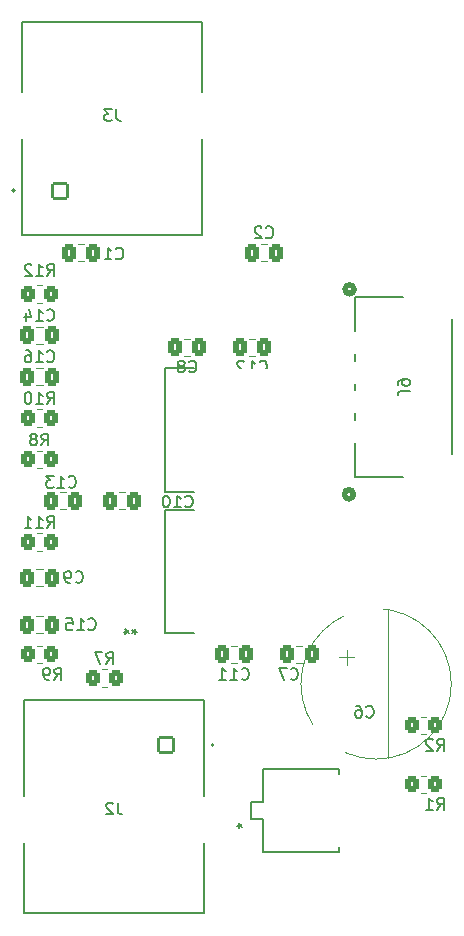
<source format=gbo>
%TF.GenerationSoftware,KiCad,Pcbnew,8.0.1-8.0.1-1~ubuntu22.04.1*%
%TF.CreationDate,2024-04-21T23:11:14-04:00*%
%TF.ProjectId,arm_drive_j2,61726d5f-6472-4697-9665-5f6a322e6b69,rev?*%
%TF.SameCoordinates,Original*%
%TF.FileFunction,Legend,Bot*%
%TF.FilePolarity,Positive*%
%FSLAX46Y46*%
G04 Gerber Fmt 4.6, Leading zero omitted, Abs format (unit mm)*
G04 Created by KiCad (PCBNEW 8.0.1-8.0.1-1~ubuntu22.04.1) date 2024-04-21 23:11:14*
%MOMM*%
%LPD*%
G01*
G04 APERTURE LIST*
G04 Aperture macros list*
%AMRoundRect*
0 Rectangle with rounded corners*
0 $1 Rounding radius*
0 $2 $3 $4 $5 $6 $7 $8 $9 X,Y pos of 4 corners*
0 Add a 4 corners polygon primitive as box body*
4,1,4,$2,$3,$4,$5,$6,$7,$8,$9,$2,$3,0*
0 Add four circle primitives for the rounded corners*
1,1,$1+$1,$2,$3*
1,1,$1+$1,$4,$5*
1,1,$1+$1,$6,$7*
1,1,$1+$1,$8,$9*
0 Add four rect primitives between the rounded corners*
20,1,$1+$1,$2,$3,$4,$5,0*
20,1,$1+$1,$4,$5,$6,$7,0*
20,1,$1+$1,$6,$7,$8,$9,0*
20,1,$1+$1,$8,$9,$2,$3,0*%
G04 Aperture macros list end*
%ADD10C,0.150000*%
%ADD11C,0.508000*%
%ADD12C,0.152400*%
%ADD13C,0.120000*%
%ADD14C,0.127000*%
%ADD15C,0.200000*%
%ADD16C,0.100000*%
%ADD17C,1.400000*%
%ADD18R,3.500000X3.500000*%
%ADD19C,3.500000*%
%ADD20O,1.600000X0.900000*%
%ADD21C,2.600000*%
%ADD22C,3.800000*%
%ADD23R,4.683400X0.762000*%
%ADD24R,9.557400X10.312400*%
%ADD25RoundRect,0.250000X0.350000X0.450000X-0.350000X0.450000X-0.350000X-0.450000X0.350000X-0.450000X0*%
%ADD26RoundRect,0.250000X0.337500X0.475000X-0.337500X0.475000X-0.337500X-0.475000X0.337500X-0.475000X0*%
%ADD27C,3.350000*%
%ADD28RoundRect,0.102000X-0.634000X-0.634000X0.634000X-0.634000X0.634000X0.634000X-0.634000X0.634000X0*%
%ADD29C,1.472000*%
%ADD30RoundRect,0.250000X-0.337500X-0.475000X0.337500X-0.475000X0.337500X0.475000X-0.337500X0.475000X0*%
%ADD31R,2.489200X0.939800*%
%ADD32R,7.016000X5.562600*%
%ADD33R,2.400000X2.400000*%
%ADD34C,2.400000*%
%ADD35RoundRect,0.250000X-0.350000X-0.450000X0.350000X-0.450000X0.350000X0.450000X-0.350000X0.450000X0*%
%ADD36R,3.911600X1.803400*%
%ADD37R,4.495800X1.295400*%
%ADD38RoundRect,0.102000X0.634000X0.634000X-0.634000X0.634000X-0.634000X-0.634000X0.634000X-0.634000X0*%
G04 APERTURE END LIST*
D10*
X33545180Y-45261904D02*
X32735657Y-45261904D01*
X32735657Y-45261904D02*
X32640419Y-45214285D01*
X32640419Y-45214285D02*
X32592800Y-45166666D01*
X32592800Y-45166666D02*
X32545180Y-45071428D01*
X32545180Y-45071428D02*
X32545180Y-44880952D01*
X32545180Y-44880952D02*
X32592800Y-44785714D01*
X32592800Y-44785714D02*
X32640419Y-44738095D01*
X32640419Y-44738095D02*
X32735657Y-44690476D01*
X32735657Y-44690476D02*
X33545180Y-44690476D01*
X33545180Y-43738095D02*
X33545180Y-44214285D01*
X33545180Y-44214285D02*
X33068990Y-44261904D01*
X33068990Y-44261904D02*
X33116609Y-44214285D01*
X33116609Y-44214285D02*
X33164228Y-44119047D01*
X33164228Y-44119047D02*
X33164228Y-43880952D01*
X33164228Y-43880952D02*
X33116609Y-43785714D01*
X33116609Y-43785714D02*
X33068990Y-43738095D01*
X33068990Y-43738095D02*
X32973752Y-43690476D01*
X32973752Y-43690476D02*
X32735657Y-43690476D01*
X32735657Y-43690476D02*
X32640419Y-43738095D01*
X32640419Y-43738095D02*
X32592800Y-43785714D01*
X32592800Y-43785714D02*
X32545180Y-43880952D01*
X32545180Y-43880952D02*
X32545180Y-44119047D01*
X32545180Y-44119047D02*
X32592800Y-44214285D01*
X32592800Y-44214285D02*
X32640419Y-44261904D01*
X18142857Y-31454819D02*
X18476190Y-30978628D01*
X18714285Y-31454819D02*
X18714285Y-30454819D01*
X18714285Y-30454819D02*
X18333333Y-30454819D01*
X18333333Y-30454819D02*
X18238095Y-30502438D01*
X18238095Y-30502438D02*
X18190476Y-30550057D01*
X18190476Y-30550057D02*
X18142857Y-30645295D01*
X18142857Y-30645295D02*
X18142857Y-30788152D01*
X18142857Y-30788152D02*
X18190476Y-30883390D01*
X18190476Y-30883390D02*
X18238095Y-30931009D01*
X18238095Y-30931009D02*
X18333333Y-30978628D01*
X18333333Y-30978628D02*
X18714285Y-30978628D01*
X17190476Y-31454819D02*
X17761904Y-31454819D01*
X17476190Y-31454819D02*
X17476190Y-30454819D01*
X17476190Y-30454819D02*
X17571428Y-30597676D01*
X17571428Y-30597676D02*
X17666666Y-30692914D01*
X17666666Y-30692914D02*
X17761904Y-30740533D01*
X16809523Y-30550057D02*
X16761904Y-30502438D01*
X16761904Y-30502438D02*
X16666666Y-30454819D01*
X16666666Y-30454819D02*
X16428571Y-30454819D01*
X16428571Y-30454819D02*
X16333333Y-30502438D01*
X16333333Y-30502438D02*
X16285714Y-30550057D01*
X16285714Y-30550057D02*
X16238095Y-30645295D01*
X16238095Y-30645295D02*
X16238095Y-30740533D01*
X16238095Y-30740533D02*
X16285714Y-30883390D01*
X16285714Y-30883390D02*
X16857142Y-31454819D01*
X16857142Y-31454819D02*
X16238095Y-31454819D01*
X17666666Y-45804819D02*
X17999999Y-45328628D01*
X18238094Y-45804819D02*
X18238094Y-44804819D01*
X18238094Y-44804819D02*
X17857142Y-44804819D01*
X17857142Y-44804819D02*
X17761904Y-44852438D01*
X17761904Y-44852438D02*
X17714285Y-44900057D01*
X17714285Y-44900057D02*
X17666666Y-44995295D01*
X17666666Y-44995295D02*
X17666666Y-45138152D01*
X17666666Y-45138152D02*
X17714285Y-45233390D01*
X17714285Y-45233390D02*
X17761904Y-45281009D01*
X17761904Y-45281009D02*
X17857142Y-45328628D01*
X17857142Y-45328628D02*
X18238094Y-45328628D01*
X17095237Y-45233390D02*
X17190475Y-45185771D01*
X17190475Y-45185771D02*
X17238094Y-45138152D01*
X17238094Y-45138152D02*
X17285713Y-45042914D01*
X17285713Y-45042914D02*
X17285713Y-44995295D01*
X17285713Y-44995295D02*
X17238094Y-44900057D01*
X17238094Y-44900057D02*
X17190475Y-44852438D01*
X17190475Y-44852438D02*
X17095237Y-44804819D01*
X17095237Y-44804819D02*
X16904761Y-44804819D01*
X16904761Y-44804819D02*
X16809523Y-44852438D01*
X16809523Y-44852438D02*
X16761904Y-44900057D01*
X16761904Y-44900057D02*
X16714285Y-44995295D01*
X16714285Y-44995295D02*
X16714285Y-45042914D01*
X16714285Y-45042914D02*
X16761904Y-45138152D01*
X16761904Y-45138152D02*
X16809523Y-45185771D01*
X16809523Y-45185771D02*
X16904761Y-45233390D01*
X16904761Y-45233390D02*
X17095237Y-45233390D01*
X17095237Y-45233390D02*
X17190475Y-45281009D01*
X17190475Y-45281009D02*
X17238094Y-45328628D01*
X17238094Y-45328628D02*
X17285713Y-45423866D01*
X17285713Y-45423866D02*
X17285713Y-45614342D01*
X17285713Y-45614342D02*
X17238094Y-45709580D01*
X17238094Y-45709580D02*
X17190475Y-45757200D01*
X17190475Y-45757200D02*
X17095237Y-45804819D01*
X17095237Y-45804819D02*
X16904761Y-45804819D01*
X16904761Y-45804819D02*
X16809523Y-45757200D01*
X16809523Y-45757200D02*
X16761904Y-45709580D01*
X16761904Y-45709580D02*
X16714285Y-45614342D01*
X16714285Y-45614342D02*
X16714285Y-45423866D01*
X16714285Y-45423866D02*
X16761904Y-45328628D01*
X16761904Y-45328628D02*
X16809523Y-45281009D01*
X16809523Y-45281009D02*
X16904761Y-45233390D01*
X19972969Y-49296343D02*
X20020588Y-49343963D01*
X20020588Y-49343963D02*
X20163445Y-49391582D01*
X20163445Y-49391582D02*
X20258683Y-49391582D01*
X20258683Y-49391582D02*
X20401540Y-49343963D01*
X20401540Y-49343963D02*
X20496778Y-49248724D01*
X20496778Y-49248724D02*
X20544397Y-49153486D01*
X20544397Y-49153486D02*
X20592016Y-48963010D01*
X20592016Y-48963010D02*
X20592016Y-48820153D01*
X20592016Y-48820153D02*
X20544397Y-48629677D01*
X20544397Y-48629677D02*
X20496778Y-48534439D01*
X20496778Y-48534439D02*
X20401540Y-48439201D01*
X20401540Y-48439201D02*
X20258683Y-48391582D01*
X20258683Y-48391582D02*
X20163445Y-48391582D01*
X20163445Y-48391582D02*
X20020588Y-48439201D01*
X20020588Y-48439201D02*
X19972969Y-48486820D01*
X19020588Y-49391582D02*
X19592016Y-49391582D01*
X19306302Y-49391582D02*
X19306302Y-48391582D01*
X19306302Y-48391582D02*
X19401540Y-48534439D01*
X19401540Y-48534439D02*
X19496778Y-48629677D01*
X19496778Y-48629677D02*
X19592016Y-48677296D01*
X18687254Y-48391582D02*
X18068207Y-48391582D01*
X18068207Y-48391582D02*
X18401540Y-48772534D01*
X18401540Y-48772534D02*
X18258683Y-48772534D01*
X18258683Y-48772534D02*
X18163445Y-48820153D01*
X18163445Y-48820153D02*
X18115826Y-48867772D01*
X18115826Y-48867772D02*
X18068207Y-48963010D01*
X18068207Y-48963010D02*
X18068207Y-49201105D01*
X18068207Y-49201105D02*
X18115826Y-49296343D01*
X18115826Y-49296343D02*
X18163445Y-49343963D01*
X18163445Y-49343963D02*
X18258683Y-49391582D01*
X18258683Y-49391582D02*
X18544397Y-49391582D01*
X18544397Y-49391582D02*
X18639635Y-49343963D01*
X18639635Y-49343963D02*
X18687254Y-49296343D01*
X23995833Y-17334819D02*
X23995833Y-18049104D01*
X23995833Y-18049104D02*
X24043452Y-18191961D01*
X24043452Y-18191961D02*
X24138690Y-18287200D01*
X24138690Y-18287200D02*
X24281547Y-18334819D01*
X24281547Y-18334819D02*
X24376785Y-18334819D01*
X23614880Y-17334819D02*
X22995833Y-17334819D01*
X22995833Y-17334819D02*
X23329166Y-17715771D01*
X23329166Y-17715771D02*
X23186309Y-17715771D01*
X23186309Y-17715771D02*
X23091071Y-17763390D01*
X23091071Y-17763390D02*
X23043452Y-17811009D01*
X23043452Y-17811009D02*
X22995833Y-17906247D01*
X22995833Y-17906247D02*
X22995833Y-18144342D01*
X22995833Y-18144342D02*
X23043452Y-18239580D01*
X23043452Y-18239580D02*
X23091071Y-18287200D01*
X23091071Y-18287200D02*
X23186309Y-18334819D01*
X23186309Y-18334819D02*
X23472023Y-18334819D01*
X23472023Y-18334819D02*
X23567261Y-18287200D01*
X23567261Y-18287200D02*
X23614880Y-18239580D01*
X29842857Y-50959580D02*
X29890476Y-51007200D01*
X29890476Y-51007200D02*
X30033333Y-51054819D01*
X30033333Y-51054819D02*
X30128571Y-51054819D01*
X30128571Y-51054819D02*
X30271428Y-51007200D01*
X30271428Y-51007200D02*
X30366666Y-50911961D01*
X30366666Y-50911961D02*
X30414285Y-50816723D01*
X30414285Y-50816723D02*
X30461904Y-50626247D01*
X30461904Y-50626247D02*
X30461904Y-50483390D01*
X30461904Y-50483390D02*
X30414285Y-50292914D01*
X30414285Y-50292914D02*
X30366666Y-50197676D01*
X30366666Y-50197676D02*
X30271428Y-50102438D01*
X30271428Y-50102438D02*
X30128571Y-50054819D01*
X30128571Y-50054819D02*
X30033333Y-50054819D01*
X30033333Y-50054819D02*
X29890476Y-50102438D01*
X29890476Y-50102438D02*
X29842857Y-50150057D01*
X28890476Y-51054819D02*
X29461904Y-51054819D01*
X29176190Y-51054819D02*
X29176190Y-50054819D01*
X29176190Y-50054819D02*
X29271428Y-50197676D01*
X29271428Y-50197676D02*
X29366666Y-50292914D01*
X29366666Y-50292914D02*
X29461904Y-50340533D01*
X28271428Y-50054819D02*
X28176190Y-50054819D01*
X28176190Y-50054819D02*
X28080952Y-50102438D01*
X28080952Y-50102438D02*
X28033333Y-50150057D01*
X28033333Y-50150057D02*
X27985714Y-50245295D01*
X27985714Y-50245295D02*
X27938095Y-50435771D01*
X27938095Y-50435771D02*
X27938095Y-50673866D01*
X27938095Y-50673866D02*
X27985714Y-50864342D01*
X27985714Y-50864342D02*
X28033333Y-50959580D01*
X28033333Y-50959580D02*
X28080952Y-51007200D01*
X28080952Y-51007200D02*
X28176190Y-51054819D01*
X28176190Y-51054819D02*
X28271428Y-51054819D01*
X28271428Y-51054819D02*
X28366666Y-51007200D01*
X28366666Y-51007200D02*
X28414285Y-50959580D01*
X28414285Y-50959580D02*
X28461904Y-50864342D01*
X28461904Y-50864342D02*
X28509523Y-50673866D01*
X28509523Y-50673866D02*
X28509523Y-50435771D01*
X28509523Y-50435771D02*
X28461904Y-50245295D01*
X28461904Y-50245295D02*
X28414285Y-50150057D01*
X28414285Y-50150057D02*
X28366666Y-50102438D01*
X28366666Y-50102438D02*
X28271428Y-50054819D01*
X36142857Y-39539580D02*
X36190476Y-39587200D01*
X36190476Y-39587200D02*
X36333333Y-39634819D01*
X36333333Y-39634819D02*
X36428571Y-39634819D01*
X36428571Y-39634819D02*
X36571428Y-39587200D01*
X36571428Y-39587200D02*
X36666666Y-39491961D01*
X36666666Y-39491961D02*
X36714285Y-39396723D01*
X36714285Y-39396723D02*
X36761904Y-39206247D01*
X36761904Y-39206247D02*
X36761904Y-39063390D01*
X36761904Y-39063390D02*
X36714285Y-38872914D01*
X36714285Y-38872914D02*
X36666666Y-38777676D01*
X36666666Y-38777676D02*
X36571428Y-38682438D01*
X36571428Y-38682438D02*
X36428571Y-38634819D01*
X36428571Y-38634819D02*
X36333333Y-38634819D01*
X36333333Y-38634819D02*
X36190476Y-38682438D01*
X36190476Y-38682438D02*
X36142857Y-38730057D01*
X35190476Y-39634819D02*
X35761904Y-39634819D01*
X35476190Y-39634819D02*
X35476190Y-38634819D01*
X35476190Y-38634819D02*
X35571428Y-38777676D01*
X35571428Y-38777676D02*
X35666666Y-38872914D01*
X35666666Y-38872914D02*
X35761904Y-38920533D01*
X34809523Y-38730057D02*
X34761904Y-38682438D01*
X34761904Y-38682438D02*
X34666666Y-38634819D01*
X34666666Y-38634819D02*
X34428571Y-38634819D01*
X34428571Y-38634819D02*
X34333333Y-38682438D01*
X34333333Y-38682438D02*
X34285714Y-38730057D01*
X34285714Y-38730057D02*
X34238095Y-38825295D01*
X34238095Y-38825295D02*
X34238095Y-38920533D01*
X34238095Y-38920533D02*
X34285714Y-39063390D01*
X34285714Y-39063390D02*
X34857142Y-39634819D01*
X34857142Y-39634819D02*
X34238095Y-39634819D01*
X23966666Y-29959580D02*
X24014285Y-30007200D01*
X24014285Y-30007200D02*
X24157142Y-30054819D01*
X24157142Y-30054819D02*
X24252380Y-30054819D01*
X24252380Y-30054819D02*
X24395237Y-30007200D01*
X24395237Y-30007200D02*
X24490475Y-29911961D01*
X24490475Y-29911961D02*
X24538094Y-29816723D01*
X24538094Y-29816723D02*
X24585713Y-29626247D01*
X24585713Y-29626247D02*
X24585713Y-29483390D01*
X24585713Y-29483390D02*
X24538094Y-29292914D01*
X24538094Y-29292914D02*
X24490475Y-29197676D01*
X24490475Y-29197676D02*
X24395237Y-29102438D01*
X24395237Y-29102438D02*
X24252380Y-29054819D01*
X24252380Y-29054819D02*
X24157142Y-29054819D01*
X24157142Y-29054819D02*
X24014285Y-29102438D01*
X24014285Y-29102438D02*
X23966666Y-29150057D01*
X23014285Y-30054819D02*
X23585713Y-30054819D01*
X23299999Y-30054819D02*
X23299999Y-29054819D01*
X23299999Y-29054819D02*
X23395237Y-29197676D01*
X23395237Y-29197676D02*
X23490475Y-29292914D01*
X23490475Y-29292914D02*
X23585713Y-29340533D01*
X18766666Y-65654819D02*
X19099999Y-65178628D01*
X19338094Y-65654819D02*
X19338094Y-64654819D01*
X19338094Y-64654819D02*
X18957142Y-64654819D01*
X18957142Y-64654819D02*
X18861904Y-64702438D01*
X18861904Y-64702438D02*
X18814285Y-64750057D01*
X18814285Y-64750057D02*
X18766666Y-64845295D01*
X18766666Y-64845295D02*
X18766666Y-64988152D01*
X18766666Y-64988152D02*
X18814285Y-65083390D01*
X18814285Y-65083390D02*
X18861904Y-65131009D01*
X18861904Y-65131009D02*
X18957142Y-65178628D01*
X18957142Y-65178628D02*
X19338094Y-65178628D01*
X18290475Y-65654819D02*
X18099999Y-65654819D01*
X18099999Y-65654819D02*
X18004761Y-65607200D01*
X18004761Y-65607200D02*
X17957142Y-65559580D01*
X17957142Y-65559580D02*
X17861904Y-65416723D01*
X17861904Y-65416723D02*
X17814285Y-65226247D01*
X17814285Y-65226247D02*
X17814285Y-64845295D01*
X17814285Y-64845295D02*
X17861904Y-64750057D01*
X17861904Y-64750057D02*
X17909523Y-64702438D01*
X17909523Y-64702438D02*
X18004761Y-64654819D01*
X18004761Y-64654819D02*
X18195237Y-64654819D01*
X18195237Y-64654819D02*
X18290475Y-64702438D01*
X18290475Y-64702438D02*
X18338094Y-64750057D01*
X18338094Y-64750057D02*
X18385713Y-64845295D01*
X18385713Y-64845295D02*
X18385713Y-65083390D01*
X18385713Y-65083390D02*
X18338094Y-65178628D01*
X18338094Y-65178628D02*
X18290475Y-65226247D01*
X18290475Y-65226247D02*
X18195237Y-65273866D01*
X18195237Y-65273866D02*
X18004761Y-65273866D01*
X18004761Y-65273866D02*
X17909523Y-65226247D01*
X17909523Y-65226247D02*
X17861904Y-65178628D01*
X17861904Y-65178628D02*
X17814285Y-65083390D01*
X18142857Y-35179580D02*
X18190476Y-35227200D01*
X18190476Y-35227200D02*
X18333333Y-35274819D01*
X18333333Y-35274819D02*
X18428571Y-35274819D01*
X18428571Y-35274819D02*
X18571428Y-35227200D01*
X18571428Y-35227200D02*
X18666666Y-35131961D01*
X18666666Y-35131961D02*
X18714285Y-35036723D01*
X18714285Y-35036723D02*
X18761904Y-34846247D01*
X18761904Y-34846247D02*
X18761904Y-34703390D01*
X18761904Y-34703390D02*
X18714285Y-34512914D01*
X18714285Y-34512914D02*
X18666666Y-34417676D01*
X18666666Y-34417676D02*
X18571428Y-34322438D01*
X18571428Y-34322438D02*
X18428571Y-34274819D01*
X18428571Y-34274819D02*
X18333333Y-34274819D01*
X18333333Y-34274819D02*
X18190476Y-34322438D01*
X18190476Y-34322438D02*
X18142857Y-34370057D01*
X17190476Y-35274819D02*
X17761904Y-35274819D01*
X17476190Y-35274819D02*
X17476190Y-34274819D01*
X17476190Y-34274819D02*
X17571428Y-34417676D01*
X17571428Y-34417676D02*
X17666666Y-34512914D01*
X17666666Y-34512914D02*
X17761904Y-34560533D01*
X16333333Y-34608152D02*
X16333333Y-35274819D01*
X16571428Y-34227200D02*
X16809523Y-34941485D01*
X16809523Y-34941485D02*
X16190476Y-34941485D01*
X40175980Y-77475904D02*
X39366457Y-77475904D01*
X39366457Y-77475904D02*
X39271219Y-77428285D01*
X39271219Y-77428285D02*
X39223600Y-77380666D01*
X39223600Y-77380666D02*
X39175980Y-77285428D01*
X39175980Y-77285428D02*
X39175980Y-77094952D01*
X39175980Y-77094952D02*
X39223600Y-76999714D01*
X39223600Y-76999714D02*
X39271219Y-76952095D01*
X39271219Y-76952095D02*
X39366457Y-76904476D01*
X39366457Y-76904476D02*
X40175980Y-76904476D01*
X40175980Y-76523523D02*
X40175980Y-75904476D01*
X40175980Y-75904476D02*
X39795028Y-76237809D01*
X39795028Y-76237809D02*
X39795028Y-76094952D01*
X39795028Y-76094952D02*
X39747409Y-75999714D01*
X39747409Y-75999714D02*
X39699790Y-75952095D01*
X39699790Y-75952095D02*
X39604552Y-75904476D01*
X39604552Y-75904476D02*
X39366457Y-75904476D01*
X39366457Y-75904476D02*
X39271219Y-75952095D01*
X39271219Y-75952095D02*
X39223600Y-75999714D01*
X39223600Y-75999714D02*
X39175980Y-76094952D01*
X39175980Y-76094952D02*
X39175980Y-76380666D01*
X39175980Y-76380666D02*
X39223600Y-76475904D01*
X39223600Y-76475904D02*
X39271219Y-76523523D01*
X34254819Y-78000000D02*
X34492914Y-78000000D01*
X34397676Y-77761905D02*
X34492914Y-78000000D01*
X34492914Y-78000000D02*
X34397676Y-78238095D01*
X34683390Y-77857143D02*
X34492914Y-78000000D01*
X34492914Y-78000000D02*
X34683390Y-78142857D01*
X30166666Y-39539580D02*
X30214285Y-39587200D01*
X30214285Y-39587200D02*
X30357142Y-39634819D01*
X30357142Y-39634819D02*
X30452380Y-39634819D01*
X30452380Y-39634819D02*
X30595237Y-39587200D01*
X30595237Y-39587200D02*
X30690475Y-39491961D01*
X30690475Y-39491961D02*
X30738094Y-39396723D01*
X30738094Y-39396723D02*
X30785713Y-39206247D01*
X30785713Y-39206247D02*
X30785713Y-39063390D01*
X30785713Y-39063390D02*
X30738094Y-38872914D01*
X30738094Y-38872914D02*
X30690475Y-38777676D01*
X30690475Y-38777676D02*
X30595237Y-38682438D01*
X30595237Y-38682438D02*
X30452380Y-38634819D01*
X30452380Y-38634819D02*
X30357142Y-38634819D01*
X30357142Y-38634819D02*
X30214285Y-38682438D01*
X30214285Y-38682438D02*
X30166666Y-38730057D01*
X29595237Y-39063390D02*
X29690475Y-39015771D01*
X29690475Y-39015771D02*
X29738094Y-38968152D01*
X29738094Y-38968152D02*
X29785713Y-38872914D01*
X29785713Y-38872914D02*
X29785713Y-38825295D01*
X29785713Y-38825295D02*
X29738094Y-38730057D01*
X29738094Y-38730057D02*
X29690475Y-38682438D01*
X29690475Y-38682438D02*
X29595237Y-38634819D01*
X29595237Y-38634819D02*
X29404761Y-38634819D01*
X29404761Y-38634819D02*
X29309523Y-38682438D01*
X29309523Y-38682438D02*
X29261904Y-38730057D01*
X29261904Y-38730057D02*
X29214285Y-38825295D01*
X29214285Y-38825295D02*
X29214285Y-38872914D01*
X29214285Y-38872914D02*
X29261904Y-38968152D01*
X29261904Y-38968152D02*
X29309523Y-39015771D01*
X29309523Y-39015771D02*
X29404761Y-39063390D01*
X29404761Y-39063390D02*
X29595237Y-39063390D01*
X29595237Y-39063390D02*
X29690475Y-39111009D01*
X29690475Y-39111009D02*
X29738094Y-39158628D01*
X29738094Y-39158628D02*
X29785713Y-39253866D01*
X29785713Y-39253866D02*
X29785713Y-39444342D01*
X29785713Y-39444342D02*
X29738094Y-39539580D01*
X29738094Y-39539580D02*
X29690475Y-39587200D01*
X29690475Y-39587200D02*
X29595237Y-39634819D01*
X29595237Y-39634819D02*
X29404761Y-39634819D01*
X29404761Y-39634819D02*
X29309523Y-39587200D01*
X29309523Y-39587200D02*
X29261904Y-39539580D01*
X29261904Y-39539580D02*
X29214285Y-39444342D01*
X29214285Y-39444342D02*
X29214285Y-39253866D01*
X29214285Y-39253866D02*
X29261904Y-39158628D01*
X29261904Y-39158628D02*
X29309523Y-39111009D01*
X29309523Y-39111009D02*
X29404761Y-39063390D01*
X45166666Y-68759580D02*
X45214285Y-68807200D01*
X45214285Y-68807200D02*
X45357142Y-68854819D01*
X45357142Y-68854819D02*
X45452380Y-68854819D01*
X45452380Y-68854819D02*
X45595237Y-68807200D01*
X45595237Y-68807200D02*
X45690475Y-68711961D01*
X45690475Y-68711961D02*
X45738094Y-68616723D01*
X45738094Y-68616723D02*
X45785713Y-68426247D01*
X45785713Y-68426247D02*
X45785713Y-68283390D01*
X45785713Y-68283390D02*
X45738094Y-68092914D01*
X45738094Y-68092914D02*
X45690475Y-67997676D01*
X45690475Y-67997676D02*
X45595237Y-67902438D01*
X45595237Y-67902438D02*
X45452380Y-67854819D01*
X45452380Y-67854819D02*
X45357142Y-67854819D01*
X45357142Y-67854819D02*
X45214285Y-67902438D01*
X45214285Y-67902438D02*
X45166666Y-67950057D01*
X44309523Y-67854819D02*
X44499999Y-67854819D01*
X44499999Y-67854819D02*
X44595237Y-67902438D01*
X44595237Y-67902438D02*
X44642856Y-67950057D01*
X44642856Y-67950057D02*
X44738094Y-68092914D01*
X44738094Y-68092914D02*
X44785713Y-68283390D01*
X44785713Y-68283390D02*
X44785713Y-68664342D01*
X44785713Y-68664342D02*
X44738094Y-68759580D01*
X44738094Y-68759580D02*
X44690475Y-68807200D01*
X44690475Y-68807200D02*
X44595237Y-68854819D01*
X44595237Y-68854819D02*
X44404761Y-68854819D01*
X44404761Y-68854819D02*
X44309523Y-68807200D01*
X44309523Y-68807200D02*
X44261904Y-68759580D01*
X44261904Y-68759580D02*
X44214285Y-68664342D01*
X44214285Y-68664342D02*
X44214285Y-68426247D01*
X44214285Y-68426247D02*
X44261904Y-68331009D01*
X44261904Y-68331009D02*
X44309523Y-68283390D01*
X44309523Y-68283390D02*
X44404761Y-68235771D01*
X44404761Y-68235771D02*
X44595237Y-68235771D01*
X44595237Y-68235771D02*
X44690475Y-68283390D01*
X44690475Y-68283390D02*
X44738094Y-68331009D01*
X44738094Y-68331009D02*
X44785713Y-68426247D01*
X20566666Y-57359580D02*
X20614285Y-57407200D01*
X20614285Y-57407200D02*
X20757142Y-57454819D01*
X20757142Y-57454819D02*
X20852380Y-57454819D01*
X20852380Y-57454819D02*
X20995237Y-57407200D01*
X20995237Y-57407200D02*
X21090475Y-57311961D01*
X21090475Y-57311961D02*
X21138094Y-57216723D01*
X21138094Y-57216723D02*
X21185713Y-57026247D01*
X21185713Y-57026247D02*
X21185713Y-56883390D01*
X21185713Y-56883390D02*
X21138094Y-56692914D01*
X21138094Y-56692914D02*
X21090475Y-56597676D01*
X21090475Y-56597676D02*
X20995237Y-56502438D01*
X20995237Y-56502438D02*
X20852380Y-56454819D01*
X20852380Y-56454819D02*
X20757142Y-56454819D01*
X20757142Y-56454819D02*
X20614285Y-56502438D01*
X20614285Y-56502438D02*
X20566666Y-56550057D01*
X20090475Y-57454819D02*
X19899999Y-57454819D01*
X19899999Y-57454819D02*
X19804761Y-57407200D01*
X19804761Y-57407200D02*
X19757142Y-57359580D01*
X19757142Y-57359580D02*
X19661904Y-57216723D01*
X19661904Y-57216723D02*
X19614285Y-57026247D01*
X19614285Y-57026247D02*
X19614285Y-56645295D01*
X19614285Y-56645295D02*
X19661904Y-56550057D01*
X19661904Y-56550057D02*
X19709523Y-56502438D01*
X19709523Y-56502438D02*
X19804761Y-56454819D01*
X19804761Y-56454819D02*
X19995237Y-56454819D01*
X19995237Y-56454819D02*
X20090475Y-56502438D01*
X20090475Y-56502438D02*
X20138094Y-56550057D01*
X20138094Y-56550057D02*
X20185713Y-56645295D01*
X20185713Y-56645295D02*
X20185713Y-56883390D01*
X20185713Y-56883390D02*
X20138094Y-56978628D01*
X20138094Y-56978628D02*
X20090475Y-57026247D01*
X20090475Y-57026247D02*
X19995237Y-57073866D01*
X19995237Y-57073866D02*
X19804761Y-57073866D01*
X19804761Y-57073866D02*
X19709523Y-57026247D01*
X19709523Y-57026247D02*
X19661904Y-56978628D01*
X19661904Y-56978628D02*
X19614285Y-56883390D01*
X51166666Y-76654819D02*
X51499999Y-76178628D01*
X51738094Y-76654819D02*
X51738094Y-75654819D01*
X51738094Y-75654819D02*
X51357142Y-75654819D01*
X51357142Y-75654819D02*
X51261904Y-75702438D01*
X51261904Y-75702438D02*
X51214285Y-75750057D01*
X51214285Y-75750057D02*
X51166666Y-75845295D01*
X51166666Y-75845295D02*
X51166666Y-75988152D01*
X51166666Y-75988152D02*
X51214285Y-76083390D01*
X51214285Y-76083390D02*
X51261904Y-76131009D01*
X51261904Y-76131009D02*
X51357142Y-76178628D01*
X51357142Y-76178628D02*
X51738094Y-76178628D01*
X50214285Y-76654819D02*
X50785713Y-76654819D01*
X50499999Y-76654819D02*
X50499999Y-75654819D01*
X50499999Y-75654819D02*
X50595237Y-75797676D01*
X50595237Y-75797676D02*
X50690475Y-75892914D01*
X50690475Y-75892914D02*
X50785713Y-75940533D01*
X18142857Y-38679580D02*
X18190476Y-38727200D01*
X18190476Y-38727200D02*
X18333333Y-38774819D01*
X18333333Y-38774819D02*
X18428571Y-38774819D01*
X18428571Y-38774819D02*
X18571428Y-38727200D01*
X18571428Y-38727200D02*
X18666666Y-38631961D01*
X18666666Y-38631961D02*
X18714285Y-38536723D01*
X18714285Y-38536723D02*
X18761904Y-38346247D01*
X18761904Y-38346247D02*
X18761904Y-38203390D01*
X18761904Y-38203390D02*
X18714285Y-38012914D01*
X18714285Y-38012914D02*
X18666666Y-37917676D01*
X18666666Y-37917676D02*
X18571428Y-37822438D01*
X18571428Y-37822438D02*
X18428571Y-37774819D01*
X18428571Y-37774819D02*
X18333333Y-37774819D01*
X18333333Y-37774819D02*
X18190476Y-37822438D01*
X18190476Y-37822438D02*
X18142857Y-37870057D01*
X17190476Y-38774819D02*
X17761904Y-38774819D01*
X17476190Y-38774819D02*
X17476190Y-37774819D01*
X17476190Y-37774819D02*
X17571428Y-37917676D01*
X17571428Y-37917676D02*
X17666666Y-38012914D01*
X17666666Y-38012914D02*
X17761904Y-38060533D01*
X16333333Y-37774819D02*
X16523809Y-37774819D01*
X16523809Y-37774819D02*
X16619047Y-37822438D01*
X16619047Y-37822438D02*
X16666666Y-37870057D01*
X16666666Y-37870057D02*
X16761904Y-38012914D01*
X16761904Y-38012914D02*
X16809523Y-38203390D01*
X16809523Y-38203390D02*
X16809523Y-38584342D01*
X16809523Y-38584342D02*
X16761904Y-38679580D01*
X16761904Y-38679580D02*
X16714285Y-38727200D01*
X16714285Y-38727200D02*
X16619047Y-38774819D01*
X16619047Y-38774819D02*
X16428571Y-38774819D01*
X16428571Y-38774819D02*
X16333333Y-38727200D01*
X16333333Y-38727200D02*
X16285714Y-38679580D01*
X16285714Y-38679580D02*
X16238095Y-38584342D01*
X16238095Y-38584342D02*
X16238095Y-38346247D01*
X16238095Y-38346247D02*
X16285714Y-38251009D01*
X16285714Y-38251009D02*
X16333333Y-38203390D01*
X16333333Y-38203390D02*
X16428571Y-38155771D01*
X16428571Y-38155771D02*
X16619047Y-38155771D01*
X16619047Y-38155771D02*
X16714285Y-38203390D01*
X16714285Y-38203390D02*
X16761904Y-38251009D01*
X16761904Y-38251009D02*
X16809523Y-38346247D01*
X34605357Y-65559580D02*
X34652976Y-65607200D01*
X34652976Y-65607200D02*
X34795833Y-65654819D01*
X34795833Y-65654819D02*
X34891071Y-65654819D01*
X34891071Y-65654819D02*
X35033928Y-65607200D01*
X35033928Y-65607200D02*
X35129166Y-65511961D01*
X35129166Y-65511961D02*
X35176785Y-65416723D01*
X35176785Y-65416723D02*
X35224404Y-65226247D01*
X35224404Y-65226247D02*
X35224404Y-65083390D01*
X35224404Y-65083390D02*
X35176785Y-64892914D01*
X35176785Y-64892914D02*
X35129166Y-64797676D01*
X35129166Y-64797676D02*
X35033928Y-64702438D01*
X35033928Y-64702438D02*
X34891071Y-64654819D01*
X34891071Y-64654819D02*
X34795833Y-64654819D01*
X34795833Y-64654819D02*
X34652976Y-64702438D01*
X34652976Y-64702438D02*
X34605357Y-64750057D01*
X33652976Y-65654819D02*
X34224404Y-65654819D01*
X33938690Y-65654819D02*
X33938690Y-64654819D01*
X33938690Y-64654819D02*
X34033928Y-64797676D01*
X34033928Y-64797676D02*
X34129166Y-64892914D01*
X34129166Y-64892914D02*
X34224404Y-64940533D01*
X32700595Y-65654819D02*
X33272023Y-65654819D01*
X32986309Y-65654819D02*
X32986309Y-64654819D01*
X32986309Y-64654819D02*
X33081547Y-64797676D01*
X33081547Y-64797676D02*
X33176785Y-64892914D01*
X33176785Y-64892914D02*
X33272023Y-64940533D01*
X18142857Y-52804819D02*
X18476190Y-52328628D01*
X18714285Y-52804819D02*
X18714285Y-51804819D01*
X18714285Y-51804819D02*
X18333333Y-51804819D01*
X18333333Y-51804819D02*
X18238095Y-51852438D01*
X18238095Y-51852438D02*
X18190476Y-51900057D01*
X18190476Y-51900057D02*
X18142857Y-51995295D01*
X18142857Y-51995295D02*
X18142857Y-52138152D01*
X18142857Y-52138152D02*
X18190476Y-52233390D01*
X18190476Y-52233390D02*
X18238095Y-52281009D01*
X18238095Y-52281009D02*
X18333333Y-52328628D01*
X18333333Y-52328628D02*
X18714285Y-52328628D01*
X17190476Y-52804819D02*
X17761904Y-52804819D01*
X17476190Y-52804819D02*
X17476190Y-51804819D01*
X17476190Y-51804819D02*
X17571428Y-51947676D01*
X17571428Y-51947676D02*
X17666666Y-52042914D01*
X17666666Y-52042914D02*
X17761904Y-52090533D01*
X16238095Y-52804819D02*
X16809523Y-52804819D01*
X16523809Y-52804819D02*
X16523809Y-51804819D01*
X16523809Y-51804819D02*
X16619047Y-51947676D01*
X16619047Y-51947676D02*
X16714285Y-52042914D01*
X16714285Y-52042914D02*
X16809523Y-52090533D01*
X51166666Y-71654819D02*
X51499999Y-71178628D01*
X51738094Y-71654819D02*
X51738094Y-70654819D01*
X51738094Y-70654819D02*
X51357142Y-70654819D01*
X51357142Y-70654819D02*
X51261904Y-70702438D01*
X51261904Y-70702438D02*
X51214285Y-70750057D01*
X51214285Y-70750057D02*
X51166666Y-70845295D01*
X51166666Y-70845295D02*
X51166666Y-70988152D01*
X51166666Y-70988152D02*
X51214285Y-71083390D01*
X51214285Y-71083390D02*
X51261904Y-71131009D01*
X51261904Y-71131009D02*
X51357142Y-71178628D01*
X51357142Y-71178628D02*
X51738094Y-71178628D01*
X50785713Y-70750057D02*
X50738094Y-70702438D01*
X50738094Y-70702438D02*
X50642856Y-70654819D01*
X50642856Y-70654819D02*
X50404761Y-70654819D01*
X50404761Y-70654819D02*
X50309523Y-70702438D01*
X50309523Y-70702438D02*
X50261904Y-70750057D01*
X50261904Y-70750057D02*
X50214285Y-70845295D01*
X50214285Y-70845295D02*
X50214285Y-70940533D01*
X50214285Y-70940533D02*
X50261904Y-71083390D01*
X50261904Y-71083390D02*
X50833332Y-71654819D01*
X50833332Y-71654819D02*
X50214285Y-71654819D01*
X33545180Y-57261904D02*
X32735657Y-57261904D01*
X32735657Y-57261904D02*
X32640419Y-57214285D01*
X32640419Y-57214285D02*
X32592800Y-57166666D01*
X32592800Y-57166666D02*
X32545180Y-57071428D01*
X32545180Y-57071428D02*
X32545180Y-56880952D01*
X32545180Y-56880952D02*
X32592800Y-56785714D01*
X32592800Y-56785714D02*
X32640419Y-56738095D01*
X32640419Y-56738095D02*
X32735657Y-56690476D01*
X32735657Y-56690476D02*
X33545180Y-56690476D01*
X33211847Y-55785714D02*
X32545180Y-55785714D01*
X33592800Y-56023809D02*
X32878514Y-56261904D01*
X32878514Y-56261904D02*
X32878514Y-55642857D01*
X24631619Y-61580000D02*
X24869714Y-61580000D01*
X24774476Y-61341905D02*
X24869714Y-61580000D01*
X24869714Y-61580000D02*
X24774476Y-61818095D01*
X25060190Y-61437143D02*
X24869714Y-61580000D01*
X24869714Y-61580000D02*
X25060190Y-61722857D01*
X25721980Y-61579999D02*
X25483885Y-61579999D01*
X25579123Y-61818094D02*
X25483885Y-61579999D01*
X25483885Y-61579999D02*
X25579123Y-61341904D01*
X25293409Y-61722856D02*
X25483885Y-61579999D01*
X25483885Y-61579999D02*
X25293409Y-61437142D01*
X38766666Y-65559580D02*
X38814285Y-65607200D01*
X38814285Y-65607200D02*
X38957142Y-65654819D01*
X38957142Y-65654819D02*
X39052380Y-65654819D01*
X39052380Y-65654819D02*
X39195237Y-65607200D01*
X39195237Y-65607200D02*
X39290475Y-65511961D01*
X39290475Y-65511961D02*
X39338094Y-65416723D01*
X39338094Y-65416723D02*
X39385713Y-65226247D01*
X39385713Y-65226247D02*
X39385713Y-65083390D01*
X39385713Y-65083390D02*
X39338094Y-64892914D01*
X39338094Y-64892914D02*
X39290475Y-64797676D01*
X39290475Y-64797676D02*
X39195237Y-64702438D01*
X39195237Y-64702438D02*
X39052380Y-64654819D01*
X39052380Y-64654819D02*
X38957142Y-64654819D01*
X38957142Y-64654819D02*
X38814285Y-64702438D01*
X38814285Y-64702438D02*
X38766666Y-64750057D01*
X38433332Y-64654819D02*
X37766666Y-64654819D01*
X37766666Y-64654819D02*
X38195237Y-65654819D01*
X18142857Y-42304819D02*
X18476190Y-41828628D01*
X18714285Y-42304819D02*
X18714285Y-41304819D01*
X18714285Y-41304819D02*
X18333333Y-41304819D01*
X18333333Y-41304819D02*
X18238095Y-41352438D01*
X18238095Y-41352438D02*
X18190476Y-41400057D01*
X18190476Y-41400057D02*
X18142857Y-41495295D01*
X18142857Y-41495295D02*
X18142857Y-41638152D01*
X18142857Y-41638152D02*
X18190476Y-41733390D01*
X18190476Y-41733390D02*
X18238095Y-41781009D01*
X18238095Y-41781009D02*
X18333333Y-41828628D01*
X18333333Y-41828628D02*
X18714285Y-41828628D01*
X17190476Y-42304819D02*
X17761904Y-42304819D01*
X17476190Y-42304819D02*
X17476190Y-41304819D01*
X17476190Y-41304819D02*
X17571428Y-41447676D01*
X17571428Y-41447676D02*
X17666666Y-41542914D01*
X17666666Y-41542914D02*
X17761904Y-41590533D01*
X16571428Y-41304819D02*
X16476190Y-41304819D01*
X16476190Y-41304819D02*
X16380952Y-41352438D01*
X16380952Y-41352438D02*
X16333333Y-41400057D01*
X16333333Y-41400057D02*
X16285714Y-41495295D01*
X16285714Y-41495295D02*
X16238095Y-41685771D01*
X16238095Y-41685771D02*
X16238095Y-41923866D01*
X16238095Y-41923866D02*
X16285714Y-42114342D01*
X16285714Y-42114342D02*
X16333333Y-42209580D01*
X16333333Y-42209580D02*
X16380952Y-42257200D01*
X16380952Y-42257200D02*
X16476190Y-42304819D01*
X16476190Y-42304819D02*
X16571428Y-42304819D01*
X16571428Y-42304819D02*
X16666666Y-42257200D01*
X16666666Y-42257200D02*
X16714285Y-42209580D01*
X16714285Y-42209580D02*
X16761904Y-42114342D01*
X16761904Y-42114342D02*
X16809523Y-41923866D01*
X16809523Y-41923866D02*
X16809523Y-41685771D01*
X16809523Y-41685771D02*
X16761904Y-41495295D01*
X16761904Y-41495295D02*
X16714285Y-41400057D01*
X16714285Y-41400057D02*
X16666666Y-41352438D01*
X16666666Y-41352438D02*
X16571428Y-41304819D01*
X48845731Y-41193734D02*
X48131446Y-41193734D01*
X48131446Y-41193734D02*
X47988589Y-41241353D01*
X47988589Y-41241353D02*
X47893351Y-41336591D01*
X47893351Y-41336591D02*
X47845731Y-41479448D01*
X47845731Y-41479448D02*
X47845731Y-41574686D01*
X47845731Y-40669924D02*
X47845731Y-40479448D01*
X47845731Y-40479448D02*
X47893351Y-40384210D01*
X47893351Y-40384210D02*
X47940970Y-40336591D01*
X47940970Y-40336591D02*
X48083827Y-40241353D01*
X48083827Y-40241353D02*
X48274303Y-40193734D01*
X48274303Y-40193734D02*
X48655255Y-40193734D01*
X48655255Y-40193734D02*
X48750493Y-40241353D01*
X48750493Y-40241353D02*
X48798112Y-40288972D01*
X48798112Y-40288972D02*
X48845731Y-40384210D01*
X48845731Y-40384210D02*
X48845731Y-40574686D01*
X48845731Y-40574686D02*
X48798112Y-40669924D01*
X48798112Y-40669924D02*
X48750493Y-40717543D01*
X48750493Y-40717543D02*
X48655255Y-40765162D01*
X48655255Y-40765162D02*
X48417160Y-40765162D01*
X48417160Y-40765162D02*
X48321922Y-40717543D01*
X48321922Y-40717543D02*
X48274303Y-40669924D01*
X48274303Y-40669924D02*
X48226684Y-40574686D01*
X48226684Y-40574686D02*
X48226684Y-40384210D01*
X48226684Y-40384210D02*
X48274303Y-40288972D01*
X48274303Y-40288972D02*
X48321922Y-40241353D01*
X48321922Y-40241353D02*
X48417160Y-40193734D01*
X36666666Y-28179580D02*
X36714285Y-28227200D01*
X36714285Y-28227200D02*
X36857142Y-28274819D01*
X36857142Y-28274819D02*
X36952380Y-28274819D01*
X36952380Y-28274819D02*
X37095237Y-28227200D01*
X37095237Y-28227200D02*
X37190475Y-28131961D01*
X37190475Y-28131961D02*
X37238094Y-28036723D01*
X37238094Y-28036723D02*
X37285713Y-27846247D01*
X37285713Y-27846247D02*
X37285713Y-27703390D01*
X37285713Y-27703390D02*
X37238094Y-27512914D01*
X37238094Y-27512914D02*
X37190475Y-27417676D01*
X37190475Y-27417676D02*
X37095237Y-27322438D01*
X37095237Y-27322438D02*
X36952380Y-27274819D01*
X36952380Y-27274819D02*
X36857142Y-27274819D01*
X36857142Y-27274819D02*
X36714285Y-27322438D01*
X36714285Y-27322438D02*
X36666666Y-27370057D01*
X36285713Y-27370057D02*
X36238094Y-27322438D01*
X36238094Y-27322438D02*
X36142856Y-27274819D01*
X36142856Y-27274819D02*
X35904761Y-27274819D01*
X35904761Y-27274819D02*
X35809523Y-27322438D01*
X35809523Y-27322438D02*
X35761904Y-27370057D01*
X35761904Y-27370057D02*
X35714285Y-27465295D01*
X35714285Y-27465295D02*
X35714285Y-27560533D01*
X35714285Y-27560533D02*
X35761904Y-27703390D01*
X35761904Y-27703390D02*
X36333332Y-28274819D01*
X36333332Y-28274819D02*
X35714285Y-28274819D01*
X21642857Y-61359580D02*
X21690476Y-61407200D01*
X21690476Y-61407200D02*
X21833333Y-61454819D01*
X21833333Y-61454819D02*
X21928571Y-61454819D01*
X21928571Y-61454819D02*
X22071428Y-61407200D01*
X22071428Y-61407200D02*
X22166666Y-61311961D01*
X22166666Y-61311961D02*
X22214285Y-61216723D01*
X22214285Y-61216723D02*
X22261904Y-61026247D01*
X22261904Y-61026247D02*
X22261904Y-60883390D01*
X22261904Y-60883390D02*
X22214285Y-60692914D01*
X22214285Y-60692914D02*
X22166666Y-60597676D01*
X22166666Y-60597676D02*
X22071428Y-60502438D01*
X22071428Y-60502438D02*
X21928571Y-60454819D01*
X21928571Y-60454819D02*
X21833333Y-60454819D01*
X21833333Y-60454819D02*
X21690476Y-60502438D01*
X21690476Y-60502438D02*
X21642857Y-60550057D01*
X20690476Y-61454819D02*
X21261904Y-61454819D01*
X20976190Y-61454819D02*
X20976190Y-60454819D01*
X20976190Y-60454819D02*
X21071428Y-60597676D01*
X21071428Y-60597676D02*
X21166666Y-60692914D01*
X21166666Y-60692914D02*
X21261904Y-60740533D01*
X19785714Y-60454819D02*
X20261904Y-60454819D01*
X20261904Y-60454819D02*
X20309523Y-60931009D01*
X20309523Y-60931009D02*
X20261904Y-60883390D01*
X20261904Y-60883390D02*
X20166666Y-60835771D01*
X20166666Y-60835771D02*
X19928571Y-60835771D01*
X19928571Y-60835771D02*
X19833333Y-60883390D01*
X19833333Y-60883390D02*
X19785714Y-60931009D01*
X19785714Y-60931009D02*
X19738095Y-61026247D01*
X19738095Y-61026247D02*
X19738095Y-61264342D01*
X19738095Y-61264342D02*
X19785714Y-61359580D01*
X19785714Y-61359580D02*
X19833333Y-61407200D01*
X19833333Y-61407200D02*
X19928571Y-61454819D01*
X19928571Y-61454819D02*
X20166666Y-61454819D01*
X20166666Y-61454819D02*
X20261904Y-61407200D01*
X20261904Y-61407200D02*
X20309523Y-61359580D01*
X24133333Y-76054819D02*
X24133333Y-76769104D01*
X24133333Y-76769104D02*
X24180952Y-76911961D01*
X24180952Y-76911961D02*
X24276190Y-77007200D01*
X24276190Y-77007200D02*
X24419047Y-77054819D01*
X24419047Y-77054819D02*
X24514285Y-77054819D01*
X23704761Y-76150057D02*
X23657142Y-76102438D01*
X23657142Y-76102438D02*
X23561904Y-76054819D01*
X23561904Y-76054819D02*
X23323809Y-76054819D01*
X23323809Y-76054819D02*
X23228571Y-76102438D01*
X23228571Y-76102438D02*
X23180952Y-76150057D01*
X23180952Y-76150057D02*
X23133333Y-76245295D01*
X23133333Y-76245295D02*
X23133333Y-76340533D01*
X23133333Y-76340533D02*
X23180952Y-76483390D01*
X23180952Y-76483390D02*
X23752380Y-77054819D01*
X23752380Y-77054819D02*
X23133333Y-77054819D01*
X23166666Y-64304819D02*
X23499999Y-63828628D01*
X23738094Y-64304819D02*
X23738094Y-63304819D01*
X23738094Y-63304819D02*
X23357142Y-63304819D01*
X23357142Y-63304819D02*
X23261904Y-63352438D01*
X23261904Y-63352438D02*
X23214285Y-63400057D01*
X23214285Y-63400057D02*
X23166666Y-63495295D01*
X23166666Y-63495295D02*
X23166666Y-63638152D01*
X23166666Y-63638152D02*
X23214285Y-63733390D01*
X23214285Y-63733390D02*
X23261904Y-63781009D01*
X23261904Y-63781009D02*
X23357142Y-63828628D01*
X23357142Y-63828628D02*
X23738094Y-63828628D01*
X22833332Y-63304819D02*
X22166666Y-63304819D01*
X22166666Y-63304819D02*
X22595237Y-64304819D01*
D11*
%TO.C,J4*%
X44081000Y-49949901D02*
G75*
G02*
X43319000Y-49949901I-381000J0D01*
G01*
X43319000Y-49949901D02*
G75*
G02*
X44081000Y-49949901I381000J0D01*
G01*
D12*
%TO.C,U5*%
X28148600Y-39267600D02*
X28148600Y-49732400D01*
X28148600Y-49732400D02*
X30618703Y-49732400D01*
X30618703Y-39267600D02*
X28148600Y-39267600D01*
D13*
%TO.C,R12*%
X17272936Y-32265000D02*
X17727064Y-32265000D01*
X17272936Y-33735000D02*
X17727064Y-33735000D01*
%TO.C,R8*%
X17272936Y-46265000D02*
X17727064Y-46265000D01*
X17272936Y-47735000D02*
X17727064Y-47735000D01*
%TO.C,C13*%
X19238748Y-49765000D02*
X19761252Y-49765000D01*
X19238748Y-51235000D02*
X19761252Y-51235000D01*
D14*
%TO.C,J3*%
X16042500Y-15885000D02*
X16042500Y-10000000D01*
X16042500Y-19875000D02*
X16042500Y-28000000D01*
X16042500Y-28000000D02*
X31282500Y-28000000D01*
X31282500Y-10000000D02*
X16042500Y-10000000D01*
X31282500Y-15885000D02*
X31282500Y-10000000D01*
X31282500Y-28000000D02*
X31282500Y-19875000D01*
D15*
X15392500Y-24230000D02*
G75*
G02*
X15192500Y-24230000I-100000J0D01*
G01*
X15192500Y-24230000D02*
G75*
G02*
X15392500Y-24230000I100000J0D01*
G01*
D13*
%TO.C,C10*%
X24761252Y-49765000D02*
X24238748Y-49765000D01*
X24761252Y-51235000D02*
X24238748Y-51235000D01*
%TO.C,C12*%
X35761252Y-36765000D02*
X35238748Y-36765000D01*
X35761252Y-38235000D02*
X35238748Y-38235000D01*
%TO.C,C1*%
X20738748Y-28765000D02*
X21261252Y-28765000D01*
X20738748Y-30235000D02*
X21261252Y-30235000D01*
%TO.C,R9*%
X17272936Y-62765000D02*
X17727064Y-62765000D01*
X17272936Y-64235000D02*
X17727064Y-64235000D01*
%TO.C,C14*%
X17238748Y-35765000D02*
X17761252Y-35765000D01*
X17238748Y-37235000D02*
X17761252Y-37235000D01*
D12*
%TO.C,U3*%
X35389000Y-76015500D02*
X35389000Y-77412500D01*
X35389000Y-77412500D02*
X36405000Y-77412500D01*
X36405000Y-73234200D02*
X36405000Y-76015500D01*
X36405000Y-76015500D02*
X35389000Y-76015500D01*
X36405000Y-77412500D02*
X36405000Y-80193800D01*
X36405000Y-80193800D02*
X42856600Y-80193800D01*
X42856600Y-73234200D02*
X36405000Y-73234200D01*
X42856600Y-73599960D02*
X42856600Y-73234200D01*
X42856600Y-80193800D02*
X42856600Y-79828040D01*
D13*
%TO.C,C8*%
X30261252Y-36765000D02*
X29738748Y-36765000D01*
X30261252Y-38235000D02*
X29738748Y-38235000D01*
%TO.C,C6*%
X43500000Y-63125000D02*
X43500000Y-64375000D01*
X44125000Y-63750000D02*
X42875000Y-63750000D01*
D16*
X47000000Y-59750000D02*
X47000000Y-72250000D01*
D13*
X52370000Y-66000000D02*
G75*
G02*
X39630000Y-66000000I-6370000J0D01*
G01*
X39630000Y-66000000D02*
G75*
G02*
X52370000Y-66000000I6370000J0D01*
G01*
%TO.C,C9*%
X17238748Y-56265000D02*
X17761252Y-56265000D01*
X17238748Y-57735000D02*
X17761252Y-57735000D01*
%TO.C,R1*%
X49772936Y-73765000D02*
X50227064Y-73765000D01*
X49772936Y-75235000D02*
X50227064Y-75235000D01*
%TO.C,C16*%
X17238748Y-39265000D02*
X17761252Y-39265000D01*
X17238748Y-40735000D02*
X17761252Y-40735000D01*
%TO.C,C11*%
X33701248Y-62765000D02*
X34223752Y-62765000D01*
X33701248Y-64235000D02*
X34223752Y-64235000D01*
%TO.C,R11*%
X17272936Y-53265000D02*
X17727064Y-53265000D01*
X17272936Y-54735000D02*
X17727064Y-54735000D01*
%TO.C,R2*%
X50227064Y-68765000D02*
X49772936Y-68765000D01*
X50227064Y-70235000D02*
X49772936Y-70235000D01*
D12*
%TO.C,U4*%
X28148600Y-51267600D02*
X28148600Y-61732400D01*
X28148600Y-61732400D02*
X30618703Y-61732400D01*
X30618703Y-51267600D02*
X28148600Y-51267600D01*
D13*
%TO.C,C7*%
X39238748Y-62765000D02*
X39761252Y-62765000D01*
X39238748Y-64235000D02*
X39761252Y-64235000D01*
%TO.C,R10*%
X17272936Y-42765000D02*
X17727064Y-42765000D01*
X17272936Y-44235000D02*
X17727064Y-44235000D01*
D12*
%TO.C,J9*%
X44173051Y-33227701D02*
X44173051Y-36129961D01*
X44173051Y-38090841D02*
X44173051Y-38629961D01*
X44173051Y-40590841D02*
X44173051Y-41129961D01*
X44173051Y-43090841D02*
X44173051Y-43629961D01*
X44173051Y-45590841D02*
X44173051Y-48493101D01*
X44173051Y-48493101D02*
X48252510Y-48493101D01*
X48252510Y-33227701D02*
X44173051Y-33227701D01*
X52428051Y-46575960D02*
X52428051Y-35144842D01*
D11*
X44132050Y-32592701D02*
G75*
G02*
X43370050Y-32592701I-381000J0D01*
G01*
X43370050Y-32592701D02*
G75*
G02*
X44132050Y-32592701I381000J0D01*
G01*
D13*
%TO.C,C2*%
X36238748Y-28765000D02*
X36761252Y-28765000D01*
X36238748Y-30235000D02*
X36761252Y-30235000D01*
%TO.C,C15*%
X17238748Y-60265000D02*
X17761252Y-60265000D01*
X17238748Y-61735000D02*
X17761252Y-61735000D01*
D14*
%TO.C,J2*%
X16168055Y-67395000D02*
X16168055Y-75520000D01*
X16168055Y-79510000D02*
X16168055Y-85395000D01*
X16168055Y-85395000D02*
X31408055Y-85395000D01*
X31408055Y-67395000D02*
X16168055Y-67395000D01*
X31408055Y-75520000D02*
X31408055Y-67395000D01*
X31408055Y-79510000D02*
X31408055Y-85395000D01*
D15*
X32258055Y-71165000D02*
G75*
G02*
X32058055Y-71165000I-100000J0D01*
G01*
X32058055Y-71165000D02*
G75*
G02*
X32258055Y-71165000I100000J0D01*
G01*
D13*
%TO.C,R7*%
X22772936Y-64765000D02*
X23227064Y-64765000D01*
X22772936Y-66235000D02*
X23227064Y-66235000D01*
%TD*%
%LPC*%
D17*
%TO.C,J8*%
X34000000Y-19000000D03*
X45000000Y-19000000D03*
D18*
X37000000Y-24000000D03*
D19*
X42000000Y-24000000D03*
%TD*%
D17*
%TO.C,J6*%
X45000000Y-80665000D03*
D18*
X37000000Y-70665000D03*
D17*
X34000000Y-80665000D03*
D19*
X42000000Y-70665000D03*
%TD*%
D20*
%TO.C,J1*%
X16825000Y-59000000D03*
X16825000Y-65600000D03*
%TD*%
D17*
%TO.C,J7*%
X49850000Y-51500000D03*
X49850000Y-62500000D03*
D18*
X44850000Y-54500000D03*
D19*
X44850000Y-59500000D03*
%TD*%
D21*
%TO.C,H3*%
X50000000Y-79500000D03*
D22*
X50000000Y-79500000D03*
%TD*%
D21*
%TO.C,H2*%
X49899999Y-18121321D03*
D22*
X49899999Y-18121321D03*
%TD*%
D23*
%TO.C,U5*%
X24841700Y-44500000D03*
X24841700Y-48310000D03*
X24841700Y-47040000D03*
X24841700Y-45770000D03*
X24841700Y-43230000D03*
X24841700Y-41960000D03*
X24841700Y-40690000D03*
D24*
X35721300Y-44500000D03*
%TD*%
D25*
%TO.C,R12*%
X18500000Y-33000000D03*
X16500000Y-33000000D03*
%TD*%
%TO.C,R8*%
X18500000Y-47000000D03*
X16500000Y-47000000D03*
%TD*%
D26*
%TO.C,C13*%
X20537500Y-50500000D03*
X18462500Y-50500000D03*
%TD*%
D27*
%TO.C,J3*%
X17946500Y-17880000D03*
X29378500Y-17880000D03*
D28*
X19217500Y-24230000D03*
D29*
X20487500Y-26770000D03*
X21757500Y-24230000D03*
X23027500Y-26770000D03*
X24297500Y-24230000D03*
X25567500Y-26770000D03*
X26837500Y-24230000D03*
X28107500Y-26770000D03*
%TD*%
D30*
%TO.C,C10*%
X23462500Y-50500000D03*
X25537500Y-50500000D03*
%TD*%
%TO.C,C12*%
X34462500Y-37500000D03*
X36537500Y-37500000D03*
%TD*%
D26*
%TO.C,C1*%
X22037500Y-29500000D03*
X19962500Y-29500000D03*
%TD*%
D25*
%TO.C,R9*%
X18500000Y-63500000D03*
X16500000Y-63500000D03*
%TD*%
D26*
%TO.C,C14*%
X18537500Y-36500000D03*
X16462500Y-36500000D03*
%TD*%
D31*
%TO.C,U3*%
X34500000Y-79000000D03*
D32*
X42122800Y-76714000D03*
D31*
X34500000Y-74428000D03*
%TD*%
D30*
%TO.C,C8*%
X28962500Y-37500000D03*
X31037500Y-37500000D03*
%TD*%
D33*
%TO.C,C6*%
X43500000Y-66000000D03*
D34*
X48500000Y-66000000D03*
%TD*%
D26*
%TO.C,C9*%
X18537500Y-57000000D03*
X16462500Y-57000000D03*
%TD*%
D25*
%TO.C,R1*%
X51000000Y-74500000D03*
X49000000Y-74500000D03*
%TD*%
D26*
%TO.C,C16*%
X18537500Y-40000000D03*
X16462500Y-40000000D03*
%TD*%
%TO.C,C11*%
X35000000Y-63500000D03*
X32925000Y-63500000D03*
%TD*%
D25*
%TO.C,R11*%
X18500000Y-54000000D03*
X16500000Y-54000000D03*
%TD*%
D35*
%TO.C,R2*%
X49000000Y-69500000D03*
X51000000Y-69500000D03*
%TD*%
D23*
%TO.C,U4*%
X24841700Y-56500000D03*
X24841700Y-60310000D03*
X24841700Y-59040000D03*
X24841700Y-57770000D03*
X24841700Y-55230000D03*
X24841700Y-53960000D03*
X24841700Y-52690000D03*
D24*
X35721300Y-56500000D03*
%TD*%
D26*
%TO.C,C7*%
X40537500Y-63500000D03*
X38462500Y-63500000D03*
%TD*%
D25*
%TO.C,R10*%
X18500000Y-43500000D03*
X16500000Y-43500000D03*
%TD*%
D36*
%TO.C,J9*%
X50541050Y-47810400D03*
X50541050Y-33910402D03*
D37*
X43751050Y-37110401D03*
X43751050Y-39610401D03*
X43751050Y-42110401D03*
X43751050Y-44610401D03*
%TD*%
D26*
%TO.C,C2*%
X37537500Y-29500000D03*
X35462500Y-29500000D03*
%TD*%
%TO.C,C15*%
X18537500Y-61000000D03*
X16462500Y-61000000D03*
%TD*%
D27*
%TO.C,J2*%
X29504055Y-77515000D03*
X18072055Y-77515000D03*
D38*
X28233055Y-71165000D03*
D29*
X26963055Y-68625000D03*
X25693055Y-71165000D03*
X24423055Y-68625000D03*
X23153055Y-71165000D03*
X21883055Y-68625000D03*
X20613055Y-71165000D03*
X19343055Y-68625000D03*
%TD*%
D25*
%TO.C,R7*%
X24000000Y-65500000D03*
X22000000Y-65500000D03*
%TD*%
%LPD*%
M02*

</source>
